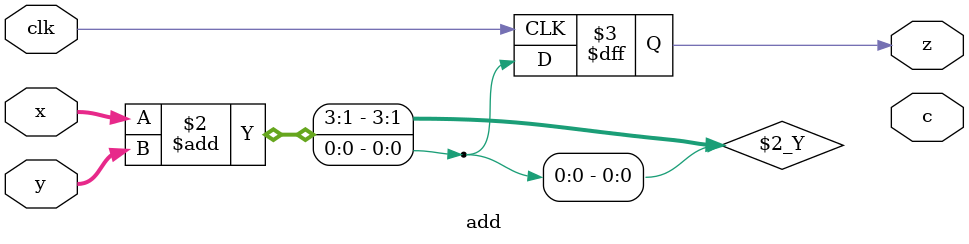
<source format=v>
module add (
    input  wire clk,
    input  wire [3:0] x,
    input  wire [3:0] y,
    output reg z,
    output reg c
    );

    always @(posedge clk) begin
        z <= x + y;
    end
endmodule


</source>
